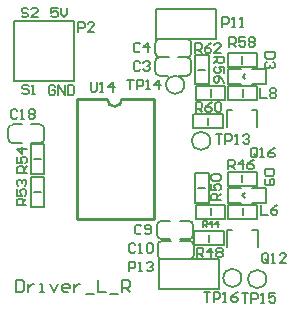
<source format=gto>
G04 Layer_Color=65535*
%FSLAX25Y25*%
%MOIN*%
G70*
G01*
G75*
%ADD34C,0.00591*%
%ADD35C,0.00787*%
%ADD36C,0.01000*%
%ADD37C,0.00500*%
%ADD38C,0.00600*%
%ADD39C,0.00800*%
D34*
X88081Y9646D02*
G03*
X88081Y9646I-3041J0D01*
G01*
X69380Y55709D02*
G03*
X69380Y55709I-3041J0D01*
G01*
X60719Y74410D02*
G03*
X60719Y74410I-3041J0D01*
G01*
X79813Y10039D02*
G03*
X79813Y10039I-3041J0D01*
G01*
D35*
X12539Y54961D02*
G03*
X14114Y56535I-0J1575D01*
G01*
Y59606D02*
G03*
X12539Y61181I-1575J0D01*
G01*
X3602Y61181D02*
G03*
X2028Y59606I0J-1575D01*
G01*
X2028Y56535D02*
G03*
X3602Y54961I1575J0D01*
G01*
X52618Y89724D02*
G03*
X51043Y88150I0J-1575D01*
G01*
Y85079D02*
G03*
X52618Y83504I1575J-0D01*
G01*
X61555Y83504D02*
G03*
X63130Y85079I-0J1575D01*
G01*
X63130Y88150D02*
G03*
X61555Y89724I-1575J0D01*
G01*
X52539Y83622D02*
G03*
X50965Y82047I0J-1575D01*
G01*
Y78976D02*
G03*
X52539Y77402I1575J-0D01*
G01*
X61476Y77402D02*
G03*
X63051Y78976I-0J1575D01*
G01*
X63051Y82047D02*
G03*
X61476Y83622I-1575J0D01*
G01*
X53405Y22402D02*
G03*
X51831Y20827I0J-1575D01*
G01*
Y17756D02*
G03*
X53405Y16181I1575J-0D01*
G01*
X62343Y16181D02*
G03*
X63917Y17756I-0J1575D01*
G01*
X63917Y20827D02*
G03*
X62343Y22402I-1575J0D01*
G01*
X53209Y29094D02*
G03*
X51634Y27520I0J-1575D01*
G01*
Y24449D02*
G03*
X53209Y22874I1575J-0D01*
G01*
X62146Y22874D02*
G03*
X63721Y24449I-0J1575D01*
G01*
X63721Y27520D02*
G03*
X62146Y29094I-1575J0D01*
G01*
X83464Y25992D02*
X85236D01*
X75000D02*
X76772D01*
X75000Y20185D02*
Y25992D01*
X85236Y20185D02*
Y25992D01*
X83268Y66150D02*
X85039D01*
X74803D02*
X76575D01*
X74803Y60343D02*
Y66150D01*
X85039Y60343D02*
Y66150D01*
X9646Y61181D02*
X12539D01*
X3602Y61181D02*
X6496D01*
X3602Y54961D02*
X6496D01*
X14114Y56535D02*
Y59606D01*
X2028Y56535D02*
Y59606D01*
X9646Y54961D02*
X12539D01*
X23898Y75709D02*
Y95709D01*
X3898D02*
X23898D01*
X3898Y75709D02*
X23898D01*
X3898D02*
Y95709D01*
X51339Y89685D02*
Y99685D01*
X71339D01*
Y89685D02*
Y99685D01*
X51339Y89685D02*
X71339D01*
X52618Y83504D02*
X55512D01*
X58661Y83504D02*
X61555D01*
X58661Y89724D02*
X61555D01*
X51043Y85079D02*
Y88150D01*
X63130Y85079D02*
Y88150D01*
X52618Y89724D02*
X55512D01*
X52539Y77402D02*
X55433D01*
X58583Y77402D02*
X61476D01*
X58583Y83622D02*
X61476D01*
X50965Y78976D02*
Y82047D01*
X63051Y78976D02*
Y82047D01*
X52539Y83622D02*
X55433D01*
X53405Y16181D02*
X56299D01*
X59449Y16181D02*
X62343D01*
X59449Y22402D02*
X62343D01*
X51831Y17756D02*
Y20827D01*
X63917Y17756D02*
Y20827D01*
X53405Y22402D02*
X56299D01*
X52284Y6221D02*
Y16220D01*
X72284D01*
Y6221D02*
Y16220D01*
X52284Y6221D02*
X72284D01*
X53209Y22874D02*
X56102D01*
X59252Y22874D02*
X62146D01*
X59252Y29094D02*
X62146D01*
X51634Y24449D02*
Y27520D01*
X63721Y24449D02*
Y27520D01*
X53209Y29094D02*
X56102D01*
D36*
X34996Y69705D02*
G03*
X39996Y69705I2500J0D01*
G01*
X24996Y29705D02*
X50496D01*
X24996Y69705D02*
X34996D01*
X39996D02*
X50496D01*
Y29705D02*
Y69705D01*
X24996Y29705D02*
Y69705D01*
D37*
X75265Y34387D02*
X85065D01*
X75165Y29787D02*
X85065D01*
X75165D02*
Y34387D01*
X85065Y29787D02*
Y34387D01*
X80165Y30924D02*
Y33287D01*
X75265Y73953D02*
X85065D01*
X75165Y69353D02*
X85065D01*
X75165D02*
Y73953D01*
X85065Y69353D02*
Y73953D01*
X80165Y70491D02*
Y72853D01*
X87993Y74665D02*
Y79665D01*
X75293Y74665D02*
X79593D01*
X75293D02*
Y79665D01*
X79593D01*
X83193Y74665D02*
X87993D01*
X80143Y77115D02*
X80993Y77965D01*
X80143Y77115D02*
X80993Y76265D01*
X83193Y79665D02*
X87993D01*
X75171Y80377D02*
X84971D01*
X75171Y84977D02*
X85071D01*
Y80377D02*
Y84977D01*
X75171Y80377D02*
Y84977D01*
X80071Y81477D02*
Y83839D01*
X63848Y64505D02*
X73648D01*
X63748Y59905D02*
X73648D01*
X63748D02*
Y64505D01*
X73648Y59905D02*
Y64505D01*
X68748Y61042D02*
Y63405D01*
X64635Y73953D02*
X74435D01*
X64535Y69353D02*
X74435D01*
X64535D02*
Y73953D01*
X74435Y69353D02*
Y73953D01*
X69535Y70491D02*
Y72853D01*
X68835Y74580D02*
Y84380D01*
X64235Y74580D02*
Y84480D01*
X68835D01*
X64235Y74580D02*
X68835D01*
X65373Y79480D02*
X67735D01*
X87934Y35098D02*
Y40098D01*
X75234Y35098D02*
X79534D01*
X75234D02*
Y40098D01*
X79534D01*
X83134Y35098D02*
X87934D01*
X80084Y37548D02*
X80934Y38398D01*
X80084Y37548D02*
X80934Y36698D01*
X83134Y40098D02*
X87934D01*
X75171Y40810D02*
X84971D01*
X75171Y45410D02*
X85071D01*
Y40810D02*
Y45410D01*
X75171Y40810D02*
Y45410D01*
X80071Y41910D02*
Y44272D01*
X64045Y25528D02*
X73845D01*
X63945Y20928D02*
X73845D01*
X63945D02*
Y25528D01*
X73845Y20928D02*
Y25528D01*
X68945Y22066D02*
Y24428D01*
X64635Y34387D02*
X74435D01*
X64535Y29787D02*
X74435D01*
X64535D02*
Y34387D01*
X74435Y29787D02*
Y34387D01*
X69535Y30924D02*
Y33287D01*
X68835Y35013D02*
Y44813D01*
X64235Y35013D02*
Y44913D01*
X68835D01*
X64235Y35013D02*
X68835D01*
X65373Y39913D02*
X67735D01*
X9511Y33927D02*
Y43727D01*
X14111Y33827D02*
Y43727D01*
X9511Y33827D02*
X14111D01*
X9511Y43727D02*
X14111D01*
X10611Y38827D02*
X12973D01*
X14111Y44659D02*
Y54459D01*
X9511Y44659D02*
Y54559D01*
X14111D01*
X9511Y44659D02*
X14111D01*
X10649Y49559D02*
X13011D01*
D38*
X90994Y85236D02*
X87795D01*
Y83637D01*
X88328Y83104D01*
X90461D01*
X90994Y83637D01*
Y85236D01*
X90461Y82037D02*
X90994Y81504D01*
Y80438D01*
X90461Y79905D01*
X89928D01*
X89395Y80438D01*
Y80971D01*
Y80438D01*
X88862Y79905D01*
X88328D01*
X87795Y80438D01*
Y81504D01*
X88328Y82037D01*
X90797Y46260D02*
X87598D01*
Y44660D01*
X88132Y44127D01*
X90264D01*
X90797Y44660D01*
Y46260D01*
X88132Y43061D02*
X87598Y42528D01*
Y41461D01*
X88132Y40928D01*
X90264D01*
X90797Y41461D01*
Y42528D01*
X90264Y43061D01*
X89731D01*
X89198Y42528D01*
Y40928D01*
X86417Y34301D02*
Y31102D01*
X88550D01*
X91749Y34301D02*
X90683Y33768D01*
X89616Y32702D01*
Y31635D01*
X90149Y31102D01*
X91216D01*
X91749Y31635D01*
Y32169D01*
X91216Y32702D01*
X89616D01*
X86024Y73278D02*
Y70079D01*
X88156D01*
X89223Y72745D02*
X89756Y73278D01*
X90822D01*
X91355Y72745D01*
Y72211D01*
X90822Y71678D01*
X91355Y71145D01*
Y70612D01*
X90822Y70079D01*
X89756D01*
X89223Y70612D01*
Y71145D01*
X89756Y71678D01*
X89223Y72211D01*
Y72745D01*
X89756Y71678D02*
X90822D01*
X25394Y92126D02*
Y95325D01*
X26993D01*
X27526Y94792D01*
Y93726D01*
X26993Y93192D01*
X25394D01*
X30725Y92126D02*
X28593D01*
X30725Y94259D01*
Y94792D01*
X30192Y95325D01*
X29126D01*
X28593Y94792D01*
X88747Y15691D02*
Y17823D01*
X88214Y18356D01*
X87147D01*
X86614Y17823D01*
Y15691D01*
X87147Y15157D01*
X88214D01*
X87681Y16224D02*
X88747Y15157D01*
X88214D02*
X88747Y15691D01*
X89813Y15157D02*
X90879D01*
X90346D01*
Y18356D01*
X89813Y17823D01*
X94612Y15157D02*
X92479D01*
X94612Y17290D01*
Y17823D01*
X94078Y18356D01*
X93012D01*
X92479Y17823D01*
X85007Y50730D02*
Y52863D01*
X84474Y53396D01*
X83407D01*
X82874Y52863D01*
Y50730D01*
X83407Y50197D01*
X84474D01*
X83940Y51263D02*
X85007Y50197D01*
X84474D02*
X85007Y50730D01*
X86073Y50197D02*
X87139D01*
X86606D01*
Y53396D01*
X86073Y52863D01*
X90871Y53396D02*
X89805Y52863D01*
X88739Y51796D01*
Y50730D01*
X89272Y50197D01*
X90338D01*
X90871Y50730D01*
Y51263D01*
X90338Y51796D01*
X88739D01*
X67126Y26969D02*
Y28968D01*
X68126D01*
X68459Y28635D01*
Y27968D01*
X68126Y27635D01*
X67126D01*
X67792D02*
X68459Y26969D01*
X70125D02*
Y28968D01*
X69125Y27968D01*
X70458D01*
X72124Y26969D02*
Y28968D01*
X71125Y27968D01*
X72458D01*
X75394Y46260D02*
Y49459D01*
X76993D01*
X77526Y48926D01*
Y47859D01*
X76993Y47326D01*
X75394D01*
X76460D02*
X77526Y46260D01*
X80192D02*
Y49459D01*
X78593Y47859D01*
X80725D01*
X83924Y49459D02*
X82858Y48926D01*
X81792Y47859D01*
Y46793D01*
X82325Y46260D01*
X83391D01*
X83924Y46793D01*
Y47326D01*
X83391Y47859D01*
X81792D01*
X64961Y16929D02*
Y20128D01*
X66560D01*
X67093Y19595D01*
Y18529D01*
X66560Y17995D01*
X64961D01*
X66027D02*
X67093Y16929D01*
X69759D02*
Y20128D01*
X68160Y18529D01*
X70292D01*
X71359Y19595D02*
X71892Y20128D01*
X72958D01*
X73491Y19595D01*
Y19062D01*
X72958Y18529D01*
X73491Y17995D01*
Y17462D01*
X72958Y16929D01*
X71892D01*
X71359Y17462D01*
Y17995D01*
X71892Y18529D01*
X71359Y19062D01*
Y19595D01*
X71892Y18529D02*
X72958D01*
X72835Y36024D02*
X69636D01*
Y37623D01*
X70169Y38156D01*
X71235D01*
X71768Y37623D01*
Y36024D01*
Y37090D02*
X72835Y38156D01*
X69636Y41355D02*
Y39223D01*
X71235D01*
X70702Y40289D01*
Y40822D01*
X71235Y41355D01*
X72302D01*
X72835Y40822D01*
Y39756D01*
X72302Y39223D01*
X70169Y42422D02*
X69636Y42955D01*
Y44021D01*
X70169Y44554D01*
X72302D01*
X72835Y44021D01*
Y42955D01*
X72302Y42422D01*
X70169D01*
X8071Y34252D02*
X4872D01*
Y35851D01*
X5405Y36385D01*
X6471D01*
X7005Y35851D01*
Y34252D01*
Y35318D02*
X8071Y36385D01*
X4872Y39584D02*
Y37451D01*
X6471D01*
X5938Y38517D01*
Y39050D01*
X6471Y39584D01*
X7538D01*
X8071Y39050D01*
Y37984D01*
X7538Y37451D01*
X5405Y40650D02*
X4872Y41183D01*
Y42249D01*
X5405Y42783D01*
X5938D01*
X6471Y42249D01*
Y41716D01*
Y42249D01*
X7005Y42783D01*
X7538D01*
X8071Y42249D01*
Y41183D01*
X7538Y40650D01*
X8268Y45079D02*
X5069D01*
Y46678D01*
X5602Y47211D01*
X6668D01*
X7201Y46678D01*
Y45079D01*
Y46145D02*
X8268Y47211D01*
X5069Y50410D02*
Y48278D01*
X6668D01*
X6135Y49344D01*
Y49877D01*
X6668Y50410D01*
X7735D01*
X8268Y49877D01*
Y48811D01*
X7735Y48278D01*
X8268Y53076D02*
X5069D01*
X6668Y51477D01*
Y53609D01*
X70669Y83661D02*
X73868D01*
Y82062D01*
X73335Y81529D01*
X72269D01*
X71736Y82062D01*
Y83661D01*
Y82595D02*
X70669Y81529D01*
X73868Y78330D02*
Y80462D01*
X72269D01*
X72802Y79396D01*
Y78863D01*
X72269Y78330D01*
X71202D01*
X70669Y78863D01*
Y79929D01*
X71202Y80462D01*
X73868Y75131D02*
X73335Y76197D01*
X72269Y77263D01*
X71202D01*
X70669Y76730D01*
Y75664D01*
X71202Y75131D01*
X71736D01*
X72269Y75664D01*
Y77263D01*
X75787Y87008D02*
Y90207D01*
X77387D01*
X77920Y89674D01*
Y88607D01*
X77387Y88074D01*
X75787D01*
X76854D02*
X77920Y87008D01*
X81119Y90207D02*
X78986D01*
Y88607D01*
X80053Y89140D01*
X80586D01*
X81119Y88607D01*
Y87541D01*
X80586Y87008D01*
X79519D01*
X78986Y87541D01*
X82185Y89674D02*
X82718Y90207D01*
X83785D01*
X84318Y89674D01*
Y89140D01*
X83785Y88607D01*
X84318Y88074D01*
Y87541D01*
X83785Y87008D01*
X82718D01*
X82185Y87541D01*
Y88074D01*
X82718Y88607D01*
X82185Y89140D01*
Y89674D01*
X82718Y88607D02*
X83785D01*
X64567Y65354D02*
Y68553D01*
X66166D01*
X66700Y68020D01*
Y66954D01*
X66166Y66421D01*
X64567D01*
X65633D02*
X66700Y65354D01*
X69898Y68553D02*
X68832Y68020D01*
X67766Y66954D01*
Y65887D01*
X68299Y65354D01*
X69365D01*
X69898Y65887D01*
Y66421D01*
X69365Y66954D01*
X67766D01*
X70965Y68020D02*
X71498Y68553D01*
X72564D01*
X73097Y68020D01*
Y65887D01*
X72564Y65354D01*
X71498D01*
X70965Y65887D01*
Y68020D01*
X64370Y85039D02*
Y88238D01*
X65970D01*
X66503Y87705D01*
Y86639D01*
X65970Y86106D01*
X64370D01*
X65436D02*
X66503Y85039D01*
X69702Y88238D02*
X68635Y87705D01*
X67569Y86639D01*
Y85572D01*
X68102Y85039D01*
X69169D01*
X69702Y85572D01*
Y86106D01*
X69169Y86639D01*
X67569D01*
X72901Y85039D02*
X70768D01*
X72901Y87172D01*
Y87705D01*
X72368Y88238D01*
X71301D01*
X70768Y87705D01*
X71260Y57923D02*
X73392D01*
X72326D01*
Y54724D01*
X74459D02*
Y57923D01*
X76058D01*
X76591Y57390D01*
Y56324D01*
X76058Y55791D01*
X74459D01*
X77658Y54724D02*
X78724D01*
X78191D01*
Y57923D01*
X77658Y57390D01*
X80324D02*
X80857Y57923D01*
X81923D01*
X82456Y57390D01*
Y56857D01*
X81923Y56324D01*
X81390D01*
X81923D01*
X82456Y55791D01*
Y55258D01*
X81923Y54724D01*
X80857D01*
X80324Y55258D01*
X41732Y76034D02*
X43865D01*
X42799D01*
Y72835D01*
X44931D02*
Y76034D01*
X46531D01*
X47064Y75500D01*
Y74434D01*
X46531Y73901D01*
X44931D01*
X48130Y72835D02*
X49196D01*
X48663D01*
Y76034D01*
X48130Y75500D01*
X52395Y72835D02*
Y76034D01*
X50796Y74434D01*
X52929D01*
X79921Y4971D02*
X82054D01*
X80988D01*
Y1772D01*
X83120D02*
Y4971D01*
X84720D01*
X85253Y4437D01*
Y3371D01*
X84720Y2838D01*
X83120D01*
X86319Y1772D02*
X87385D01*
X86852D01*
Y4971D01*
X86319Y4437D01*
X91118Y4971D02*
X88985D01*
Y3371D01*
X90051Y3904D01*
X90584D01*
X91118Y3371D01*
Y2305D01*
X90584Y1772D01*
X89518D01*
X88985Y2305D01*
X67323Y5167D02*
X69455D01*
X68389D01*
Y1969D01*
X70522D02*
Y5167D01*
X72121D01*
X72654Y4634D01*
Y3568D01*
X72121Y3035D01*
X70522D01*
X73721Y1969D02*
X74787D01*
X74254D01*
Y5167D01*
X73721Y4634D01*
X78519Y5167D02*
X77453Y4634D01*
X76387Y3568D01*
Y2502D01*
X76920Y1969D01*
X77986D01*
X78519Y2502D01*
Y3035D01*
X77986Y3568D01*
X76387D01*
X29528Y75246D02*
Y72580D01*
X30061Y72047D01*
X31127D01*
X31660Y72580D01*
Y75246D01*
X32726Y72047D02*
X33793D01*
X33260D01*
Y75246D01*
X32726Y74713D01*
X36992Y72047D02*
Y75246D01*
X35392Y73647D01*
X37525D01*
X73425Y93701D02*
Y96900D01*
X75025D01*
X75558Y96367D01*
Y95300D01*
X75025Y94767D01*
X73425D01*
X76624Y93701D02*
X77691D01*
X77157D01*
Y96900D01*
X76624Y96367D01*
X79290Y93701D02*
X80356D01*
X79823D01*
Y96900D01*
X79290Y96367D01*
X42323Y12205D02*
Y15404D01*
X43922D01*
X44456Y14871D01*
Y13804D01*
X43922Y13271D01*
X42323D01*
X45522Y12205D02*
X46588D01*
X46055D01*
Y15404D01*
X45522Y14871D01*
X48188D02*
X48721Y15404D01*
X49787D01*
X50320Y14871D01*
Y14337D01*
X49787Y13804D01*
X49254D01*
X49787D01*
X50320Y13271D01*
Y12738D01*
X49787Y12205D01*
X48721D01*
X48188Y12738D01*
X46030Y81800D02*
X45497Y82333D01*
X44431D01*
X43898Y81800D01*
Y79667D01*
X44431Y79134D01*
X45497D01*
X46030Y79667D01*
X47097Y81800D02*
X47630Y82333D01*
X48696D01*
X49229Y81800D01*
Y81266D01*
X48696Y80733D01*
X48163D01*
X48696D01*
X49229Y80200D01*
Y79667D01*
X48696Y79134D01*
X47630D01*
X47097Y79667D01*
X46030Y87902D02*
X45497Y88435D01*
X44431D01*
X43898Y87902D01*
Y85769D01*
X44431Y85236D01*
X45497D01*
X46030Y85769D01*
X48696Y85236D02*
Y88435D01*
X47097Y86836D01*
X49229D01*
X46424Y27272D02*
X45891Y27805D01*
X44824D01*
X44291Y27272D01*
Y25139D01*
X44824Y24606D01*
X45891D01*
X46424Y25139D01*
X47490D02*
X48024Y24606D01*
X49090D01*
X49623Y25139D01*
Y27272D01*
X49090Y27805D01*
X48024D01*
X47490Y27272D01*
Y26739D01*
X48024Y26206D01*
X49623D01*
X44456Y20973D02*
X43922Y21506D01*
X42856D01*
X42323Y20973D01*
Y18840D01*
X42856Y18307D01*
X43922D01*
X44456Y18840D01*
X45522Y18307D02*
X46588D01*
X46055D01*
Y21506D01*
X45522Y20973D01*
X48188D02*
X48721Y21506D01*
X49787D01*
X50320Y20973D01*
Y18840D01*
X49787Y18307D01*
X48721D01*
X48188Y18840D01*
Y20973D01*
X5085Y65658D02*
X4552Y66191D01*
X3486D01*
X2953Y65658D01*
Y63525D01*
X3486Y62992D01*
X4552D01*
X5085Y63525D01*
X6152Y62992D02*
X7218D01*
X6685D01*
Y66191D01*
X6152Y65658D01*
X8817D02*
X9351Y66191D01*
X10417D01*
X10950Y65658D01*
Y65125D01*
X10417Y64592D01*
X10950Y64059D01*
Y63525D01*
X10417Y62992D01*
X9351D01*
X8817Y63525D01*
Y64059D01*
X9351Y64592D01*
X8817Y65125D01*
Y65658D01*
X9351Y64592D02*
X10417D01*
X8629Y99516D02*
X8095Y100049D01*
X7029D01*
X6496Y99516D01*
Y98983D01*
X7029Y98450D01*
X8095D01*
X8629Y97917D01*
Y97384D01*
X8095Y96850D01*
X7029D01*
X6496Y97384D01*
X11828Y96850D02*
X9695D01*
X11828Y98983D01*
Y99516D01*
X11294Y100049D01*
X10228D01*
X9695Y99516D01*
X18471Y100049D02*
X16339D01*
Y98450D01*
X17405Y98983D01*
X17938D01*
X18471Y98450D01*
Y97384D01*
X17938Y96850D01*
X16872D01*
X16339Y97384D01*
X19537Y100049D02*
Y97917D01*
X20604Y96850D01*
X21670Y97917D01*
Y100049D01*
X17684Y73729D02*
X17151Y74262D01*
X16084D01*
X15551Y73729D01*
Y71596D01*
X16084Y71063D01*
X17151D01*
X17684Y71596D01*
Y72663D01*
X16617D01*
X18750Y71063D02*
Y74262D01*
X20883Y71063D01*
Y74262D01*
X21949D02*
Y71063D01*
X23549D01*
X24082Y71596D01*
Y73729D01*
X23549Y74262D01*
X21949D01*
X8826Y73926D02*
X8292Y74459D01*
X7226D01*
X6693Y73926D01*
Y73392D01*
X7226Y72859D01*
X8292D01*
X8826Y72326D01*
Y71793D01*
X8292Y71260D01*
X7226D01*
X6693Y71793D01*
X9892Y71260D02*
X10958D01*
X10425D01*
Y74459D01*
X9892Y73926D01*
D39*
X4528Y9314D02*
Y5315D01*
X6527D01*
X7193Y5981D01*
Y8647D01*
X6527Y9314D01*
X4528D01*
X8526Y7981D02*
Y5315D01*
Y6648D01*
X9193Y7314D01*
X9859Y7981D01*
X10526D01*
X12525Y5315D02*
X13858D01*
X13191D01*
Y7981D01*
X12525D01*
X15857D02*
X17190Y5315D01*
X18523Y7981D01*
X21855Y5315D02*
X20522D01*
X19856Y5981D01*
Y7314D01*
X20522Y7981D01*
X21855D01*
X22522Y7314D01*
Y6648D01*
X19856D01*
X23855Y7981D02*
Y5315D01*
Y6648D01*
X24521Y7314D01*
X25188Y7981D01*
X25854D01*
X27853Y4648D02*
X30519D01*
X31852Y9314D02*
Y5315D01*
X34518D01*
X35851Y4648D02*
X38517D01*
X39849Y5315D02*
Y9314D01*
X41849D01*
X42515Y8647D01*
Y7314D01*
X41849Y6648D01*
X39849D01*
X41182D02*
X42515Y5315D01*
M02*

</source>
